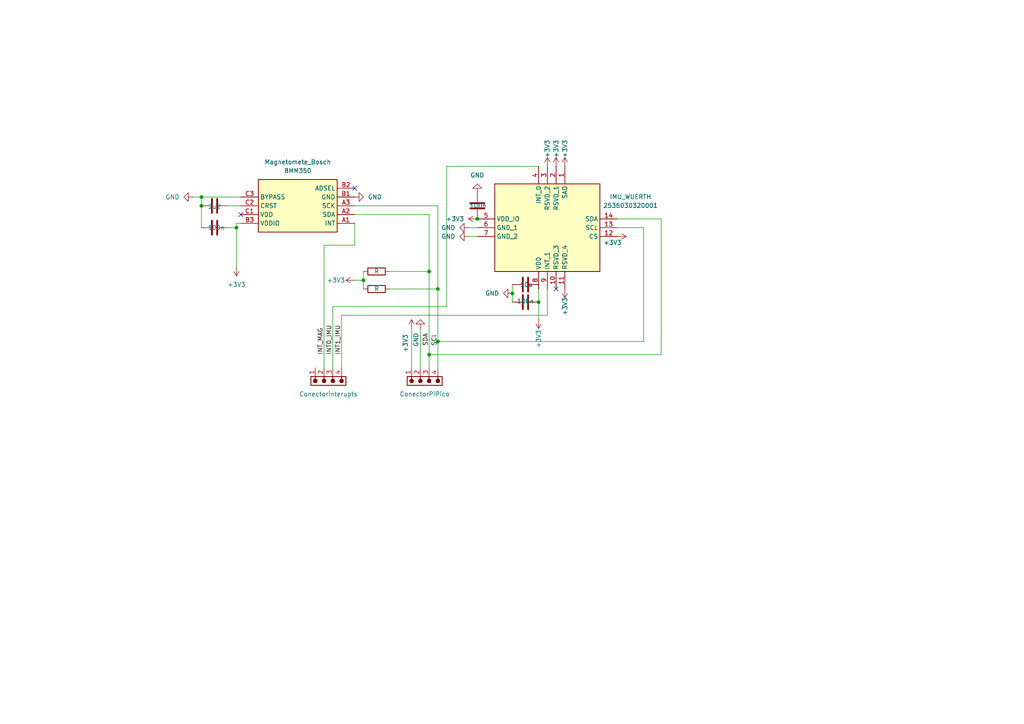
<source format=kicad_sch>
(kicad_sch (version 20250114) (generator "eeschema") (generator_version "9.0")
  (paper "A4")
  (lib_symbols
    (symbol "Connector_Wurth_WR-WTB:61900411021" (pin_names (hide yes))
      (property "Reference" "J" (at 0 5.08 0))
      (symbol "61900411021_1_1"
        (rectangle (start -5.08 1.27) (end 5.08 -1.27) (stroke (width 0.254)))
        (circle (center -3.81 0) (radius 0.508) (stroke (width 0.254)) (fill (type outline)))
        (polyline (pts (xy -3.81 -0.508) (xy -3.81 -1.27)) (stroke (width 0.254)))
        (circle (center -1.27 0) (radius 0.508) (stroke (width 0.254)) (fill (type outline)))
        (polyline (pts (xy -1.27 -0.508) (xy -1.27 -1.27)) (stroke (width 0.254)))
        (circle (center 1.27 0) (radius 0.508) (stroke (width 0.254)) (fill (type outline)))
        (polyline (pts (xy 1.27 -0.508) (xy 1.27 -1.27)) (stroke (width 0.254)))
        (circle (center 3.81 0) (radius 0.508) (stroke (width 0.254)) (fill (type outline)))
        (polyline (pts (xy 3.81 -0.508) (xy 3.81 -1.27)) (stroke (width 0.254)))
        (pin passive line (at -3.81 -3.81 90) (length 2.54) (name "4") (number "4"))
        (pin passive line (at -1.27 -3.81 90) (length 2.54) (name "3") (number "3"))
        (pin passive line (at 1.27 -3.81 90) (length 2.54) (name "2") (number "2"))
        (pin passive line (at 3.81 -3.81 90) (length 2.54) (name "1") (number "1"))
      )
    )
    (symbol "Device:C" (pin_numbers (hide yes)) (pin_names (offset 0.254))
      (property "Reference" "C" (at 0.635 2.54 0))
      (property "Value" "C" (at 0.635 -2.54 0))
      (symbol "C_0_1"
        (polyline (pts (xy -2.032 0.762) (xy 2.032 0.762)) (stroke (width 0.508)))
        (polyline (pts (xy -2.032 -0.762) (xy 2.032 -0.762)) (stroke (width 0.508)))
      )
      (symbol "C_1_1"
        (pin passive line (at 0 3.81 270) (length 2.794) (name "~") (number "1"))
        (pin passive line (at 0 -3.81 90) (length 2.794) (name "~") (number "2"))
      )
    )
    (symbol "Device:R" (pin_numbers (hide yes)) (pin_names (offset 0))
      (property "Reference" "R" (at 2.032 0 90))
      (property "Value" "R" (at 0 0 90))
      (symbol "R_0_1"
        (rectangle (start -1.016 -2.54) (end 1.016 2.54) (stroke (width 0.254)))
      )
      (symbol "R_1_1"
        (pin passive line (at 0 3.81 270) (length 1.27) (name "~") (number "1"))
        (pin passive line (at 0 -3.81 90) (length 1.27) (name "~") (number "2"))
      )
    )
    (symbol "SamacSys_Parts:2536030320001"
      (property "Reference" "IC" (at 31.75 15.24 0))
      (property "Value" "2536030320001" (at 31.75 12.7 0))
      (symbol "2536030320001_1_1"
        (rectangle (start 5.08 10.16) (end 30.48 -20.32) (stroke (width 0.254)) (fill (type background)))
        (pin passive line (at 0 0 0) (length 5.08) (name "SAO") (number "1"))
        (pin passive line (at 0 -2.54 0) (length 5.08) (name "RSVD_1") (number "2"))
        (pin passive line (at 0 -5.08 0) (length 5.08) (name "RSVD_2") (number "3"))
        (pin passive line (at 0 -7.62 0) (length 5.08) (name "INT_0") (number "4"))
        (pin passive line (at 15.24 15.24 270) (length 5.08) (name "SDA") (number "14"))
        (pin passive line (at 15.24 -25.4 90) (length 5.08) (name "VDD_IO") (number "5"))
        (pin passive line (at 17.78 15.24 270) (length 5.08) (name "SCL") (number "13"))
        (pin passive line (at 17.78 -25.4 90) (length 5.08) (name "GND_1") (number "6"))
        (pin passive line (at 20.32 15.24 270) (length 5.08) (name "CS") (number "12"))
        (pin passive line (at 20.32 -25.4 90) (length 5.08) (name "GND_2") (number "7"))
        (pin passive line (at 35.56 0 180) (length 5.08) (name "RSVD_4") (number "11"))
        (pin passive line (at 35.56 -2.54 180) (length 5.08) (name "RSVD_3") (number "10"))
        (pin passive line (at 35.56 -5.08 180) (length 5.08) (name "INT_1") (number "9"))
        (pin passive line (at 35.56 -7.62 180) (length 5.08) (name "VDD") (number "8"))
      )
    )
    (symbol "SamacSys_Parts:BMM350"
      (property "Reference" "IC" (at 29.21 7.62 0))
      (property "Value" "BMM350" (at 29.21 5.08 0))
      (symbol "BMM350_1_1"
        (rectangle (start 5.08 2.54) (end 27.94 -12.7) (stroke (width 0.254)) (fill (type background)))
        (pin passive line (at 0 0 0) (length 5.08) (name "INT") (number "A1"))
        (pin passive line (at 0 -2.54 0) (length 5.08) (name "SDA") (number "A2"))
        (pin passive line (at 0 -5.08 0) (length 5.08) (name "SCK") (number "A3"))
        (pin passive line (at 0 -7.62 0) (length 5.08) (name "GND") (number "B1"))
        (pin passive line (at 0 -10.16 0) (length 5.08) (name "ADSEL") (number "B2"))
        (pin passive line (at 33.02 0 180) (length 5.08) (name "VDDIO") (number "B3"))
        (pin passive line (at 33.02 -2.54 180) (length 5.08) (name "VDD") (number "C1"))
        (pin passive line (at 33.02 -5.08 180) (length 5.08) (name "CRST") (number "C2"))
        (pin passive line (at 33.02 -7.62 180) (length 5.08) (name "BYPASS") (number "C3"))
      )
    )
    (symbol "power:+3V3" (power) (pin_numbers (hide yes)) (pin_names (offset 0) (hide yes))
      (property "Value" "+3V3" (at 0 3.556 0))
      (symbol "+3V3_0_1"
        (polyline (pts (xy -0.762 1.27) (xy 0 2.54)))
        (polyline (pts (xy 0 2.54) (xy 0.762 1.27)))
        (polyline (pts (xy 0 0) (xy 0 2.54)))
      )
      (symbol "+3V3_1_1"
        (pin power_in line (at 0 0 90) (length 0) (name "~") (number "1"))
      )
    )
    (symbol "power:GND" (power) (pin_numbers (hide yes)) (pin_names (offset 0) (hide yes))
      (property "Value" "GND" (at 0 -3.81 0))
      (symbol "GND_0_1"
        (polyline (pts (xy 0 0) (xy 0 -1.27) (xy 1.27 -1.27) (xy 0 -2.54) (xy -1.27 -1.27) (xy 0 -1.27)))
      )
      (symbol "GND_1_1"
        (pin power_in line (at 0 0 270) (length 0) (name "~") (number "1"))
      )
    )
  )
  (junction (at 105.41 81.28))
  (junction (at 68.58 66.04))
  (junction (at 58.42 57.15))
  (junction (at 124.46 78.74))
  (junction (at 148.59 85.09))
  (junction (at 58.42 59.69))
  (junction (at 127 83.82))
  (junction (at 124.46 102.87))
  (junction (at 156.21 87.63))
  (junction (at 127 99.06))
  (junction (at 138.43 63.5))
  (no_connect (at 102.87 54.61))
  (no_connect (at 161.29 83.82))
  (no_connect (at 69.85 62.23))
  (wire (pts (xy 129.54 48.26) (xy 129.54 88.9)))
  (wire (pts (xy 105.41 81.28) (xy 105.41 83.82)))
  (wire (pts (xy 55.88 57.15) (xy 58.42 57.15)))
  (wire (pts (xy 148.59 85.09) (xy 148.59 87.63)))
  (wire (pts (xy 191.77 102.87) (xy 124.46 102.87)))
  (wire (pts (xy 127 83.82) (xy 127 99.06)))
  (wire (pts (xy 158.75 83.82) (xy 158.75 91.44)))
  (wire (pts (xy 119.38 95.25) (xy 119.38 106.68)))
  (wire (pts (xy 179.07 66.04) (xy 186.69 66.04)))
  (wire (pts (xy 96.52 88.9) (xy 96.52 106.68)))
  (wire (pts (xy 191.77 63.5) (xy 191.77 102.87)))
  (wire (pts (xy 135.89 66.04) (xy 138.43 66.04)))
  (wire (pts (xy 121.92 95.25) (xy 121.92 106.68)))
  (wire (pts (xy 124.46 78.74) (xy 124.46 102.87)))
  (wire (pts (xy 58.42 59.69) (xy 58.42 66.04)))
  (wire (pts (xy 186.69 66.04) (xy 186.69 99.06)))
  (wire (pts (xy 158.75 91.44) (xy 99.06 91.44)))
  (wire (pts (xy 66.04 59.69) (xy 69.85 59.69)))
  (wire (pts (xy 156.21 87.63) (xy 156.21 83.82)))
  (wire (pts (xy 99.06 91.44) (xy 99.06 106.68)))
  (wire (pts (xy 68.58 64.77) (xy 69.85 64.77)))
  (wire (pts (xy 124.46 62.23) (xy 124.46 78.74)))
  (wire (pts (xy 105.41 78.74) (xy 105.41 81.28)))
  (wire (pts (xy 102.87 71.12) (xy 93.98 71.12)))
  (wire (pts (xy 127 59.69) (xy 127 83.82)))
  (wire (pts (xy 156.21 92.71) (xy 156.21 87.63)))
  (wire (pts (xy 113.03 78.74) (xy 124.46 78.74)))
  (wire (pts (xy 102.87 62.23) (xy 124.46 62.23)))
  (wire (pts (xy 102.87 81.28) (xy 105.41 81.28)))
  (wire (pts (xy 93.98 71.12) (xy 93.98 106.68)))
  (wire (pts (xy 68.58 77.47) (xy 68.58 66.04)))
  (wire (pts (xy 135.89 68.58) (xy 138.43 68.58)))
  (wire (pts (xy 148.59 82.55) (xy 148.59 85.09)))
  (wire (pts (xy 58.42 57.15) (xy 69.85 57.15)))
  (wire (pts (xy 186.69 99.06) (xy 127 99.06)))
  (wire (pts (xy 124.46 102.87) (xy 124.46 106.68)))
  (wire (pts (xy 129.54 88.9) (xy 96.52 88.9)))
  (wire (pts (xy 113.03 83.82) (xy 127 83.82)))
  (wire (pts (xy 58.42 57.15) (xy 58.42 59.69)))
  (wire (pts (xy 66.04 66.04) (xy 68.58 66.04)))
  (wire (pts (xy 68.58 64.77) (xy 68.58 66.04)))
  (wire (pts (xy 156.21 48.26) (xy 129.54 48.26)))
  (wire (pts (xy 102.87 71.12) (xy 102.87 64.77)))
  (wire (pts (xy 102.87 59.69) (xy 127 59.69)))
  (wire (pts (xy 127 99.06) (xy 127 106.68)))
  (wire (pts (xy 179.07 63.5) (xy 191.77 63.5)))
  (label "INT1_IMU" (at 99.06 102.87 90))
  (label "SDA" (at 124.46 100.33 90))
  (label "INT0_IMU" (at 96.52 102.87 90))
  (label "INT_MAG" (at 93.98 102.87 90))
  (label "SCl" (at 127 100.33 90))
  (symbol (lib_id "power:GND") (at 55.88 57.15 270) (unit 1)
    (property "Reference" "#PWR01" (effects (hide yes)))
    (property "Value" "GND" (at 52.07 57.1499 90) (effects (justify right)))
    (property "Description" "Power symbol creates a global label with name \"GND\" , ground" (effects (hide yes)))
  )
  (symbol (lib_id "power:+3V3") (at 163.83 48.26 0) (unit 1)
    (property "Reference" "#PWR013" (effects (hide yes)))
    (property "Value" "+3V3" (at 163.83 43.18 90))
    (property "Description" "Power symbol creates a global label with name \"+3V3\"" (effects (hide yes)))
  )
  (symbol (lib_id "SamacSys_Parts:2536030320001") (at 163.83 48.26 270) (unit 1)
    (property "Reference" "IMU_WUERTH" (at 182.88 57.0798 90))
    (property "Value" "2536030320001" (at 182.88 59.6198 90))
    (property "Footprint" "2536030320001" (effects (hide yes)))
    (property "Datasheet" "https://www.we-online.com/components/products/datasheet/2536030320001.pdf" (effects (hide yes)))
    (property "Description" "IMUs - Inertial Measurement Units WSEN-ISDS IMU 6-axis (Inertial measurement unit) +/-16g, +/-2000 dps,-40 +/- 85C" (effects (hide yes)))
    (property "Height" "0.86" (effects (hide yes)))
    (property "Manufacturer_Name" "Wurth Elektronik" (effects (hide yes)))
    (property "Manufacturer_Part_Number" "2536030320001" (effects (hide yes)))
    (property "Mouser Part Number" "710-2536030320001" (effects (hide yes)))
    (property "Mouser Price/Stock" "https://www.mouser.co.uk/ProductDetail/Wurth-Elektronik/2536030320001?qs=ulEaXIWI0c9qLb0BLguFyA%3D%3D" (effects (hide yes)))
  )
  (symbol (lib_id "power:GND") (at 102.87 57.15 90) (unit 1)
    (property "Reference" "#PWR02" (effects (hide yes)))
    (property "Value" "GND" (at 106.68 57.1499 90) (effects (justify right)))
    (property "Description" "Power symbol creates a global label with name \"GND\" , ground" (effects (hide yes)))
  )
  (symbol (lib_id "Connector_Wurth_WR-WTB:61900411021") (at 123.19 110.49 180) (unit 1)
    (property "Reference" "ConectorPiPico" (at 123.19 114.3 0))
    (property "Value" "61900411021" (effects (hide yes)))
    (property "Footprint" "Connector_THT_Wurth:J_Wurth_WR-WTB_61900411021" (effects (hide yes)))
    (property "Datasheet" "https://www.we-online.com/en/components/products/datasheet/61900411021?ki" (effects (hide yes)))
    (property "Description" "2.54 mm Male Right Angled Locking Header Bottom Locking" (effects (hide yes)))
    (property "Manufacturer" "Wurth Elektronik" (effects (hide yes)))
    (property "Manufacturer URL" "https://www.we-online.com" (effects (hide yes)))
    (property "Match Code" "WR-WTB" (effects (hide yes)))
    (property "Pins (pcs)" "4" (effects (hide yes)))
    (property "Pitch (mm)" "2.54" (effects (hide yes)))
    (property "Gender" "Male" (effects (hide yes)))
    (property "Type" "Right Angled Bottom Locking" (effects (hide yes)))
    (property "Mounting Technology" "THT" (effects (hide yes)))
    (property "Working Voltage (V (AC))" "250" (effects (hide yes)))
    (property "PCB/Cable/Panel" "PCB" (effects (hide yes)))
    (property "Contact Resistance (mΩ)" "20" (effects (hide yes)))
    (property "Tol. R" "max." (effects (hide yes)))
    (property "L (mm)" "10.16" (effects (hide yes)))
  )
  (symbol (lib_id "Device:R") (at 109.22 83.82 270) (unit 1)
    (property "Reference" "R2" (effects (hide yes)))
    (property "Value" "R" (at 109.22 83.82 90))
    (property "Description" "Resistor" (effects (hide yes)))
  )
  (symbol (lib_id "power:+3V3") (at 179.07 68.58 270) (unit 1)
    (property "Reference" "#PWR014" (effects (hide yes)))
    (property "Value" "+3V3" (at 175.006 70.358 90) (effects (justify left)))
    (property "Description" "Power symbol creates a global label with name \"+3V3\"" (effects (hide yes)))
  )
  (symbol (lib_id "Device:C") (at 152.4 82.55 90) (unit 1)
    (property "Reference" "C2" (effects (hide yes)))
    (property "Value" "10u" (at 152.654 82.55 90))
    (property "Description" "Unpolarized capacitor" (effects (hide yes)))
  )
  (symbol (lib_id "SamacSys_Parts:BMM350") (at 102.87 64.77 180) (unit 1)
    (property "Reference" "Magnetomete_Bosch" (at 86.36 46.99 0))
    (property "Value" "BMM350" (at 86.36 49.53 0))
    (property "Footprint" "BGA9C40P3X3_128X128X54" (effects (hide yes)))
    (property "Datasheet" "https://www.bosch-sensortec.com/media/boschsensortec/downloads/datasheets/bst-bmm350-ds001.pdf" (effects (hide yes)))
    (property "Description" "Board Mount Hall Effect / Magnetic Sensors High-Performance Magnometer" (effects (hide yes)))
    (property "Height" "0.54" (effects (hide yes)))
    (property "Manufacturer_Name" "BOSCH" (effects (hide yes)))
    (property "Manufacturer_Part_Number" "BMM350" (effects (hide yes)))
    (property "Mouser Part Number" "262-BMM350" (effects (hide yes)))
    (property "Mouser Price/Stock" "https://www.mouser.co.uk/ProductDetail/Bosch-Sensortec/BMM350?qs=amGC7iS6iy9v98dnmxozLQ%3D%3D" (effects (hide yes)))
    (property "Arrow Part Number" "BMM350" (effects (hide yes)))
    (property "Arrow Price/Stock" "https://www.arrow.com/en/products/bmm350/bosch-sensortec?utm_currency=USD&region=nac" (effects (hide yes)))
  )
  (symbol (lib_id "power:GND") (at 138.43 55.88 180) (unit 1)
    (property "Reference" "#PWR016" (effects (hide yes)))
    (property "Value" "GND" (at 138.43 50.8 0))
    (property "Description" "Power symbol creates a global label with name \"GND\" , ground" (effects (hide yes)))
  )
  (symbol (lib_id "Device:R") (at 109.22 78.74 90) (unit 1)
    (property "Reference" "R1" (effects (hide yes)))
    (property "Value" "R" (at 109.22 78.74 90))
    (property "Description" "Resistor" (effects (hide yes)))
  )
  (symbol (lib_id "Device:C") (at 62.23 66.04 90) (unit 1)
    (property "Reference" "100n" (at 62.738 66.04 90))
    (property "Value" "C" (effects (hide yes)))
    (property "Description" "Unpolarized capacitor" (effects (hide yes)))
  )
  (symbol (lib_id "power:+3V3") (at 68.58 77.47 180) (unit 1)
    (property "Reference" "#PWR05" (effects (hide yes)))
    (property "Value" "+3V3" (at 68.58 82.55 0))
    (property "Description" "Power symbol creates a global label with name \"+3V3\"" (effects (hide yes)))
  )
  (symbol (lib_id "Connector_Wurth_WR-WTB:61900411021") (at 95.25 110.49 180) (unit 1)
    (property "Reference" "Conectorinterupts" (at 95.25 114.3 0))
    (property "Value" "61900411021" (effects (hide yes)))
    (property "Footprint" "Connector_THT_Wurth:J_Wurth_WR-WTB_61900411021" (effects (hide yes)))
    (property "Datasheet" "https://www.we-online.com/en/components/products/datasheet/61900411021?ki" (effects (hide yes)))
    (property "Description" "2.54 mm Male Right Angled Locking Header Bottom Locking" (effects (hide yes)))
    (property "Manufacturer" "Wurth Elektronik" (effects (hide yes)))
    (property "Manufacturer URL" "https://www.we-online.com" (effects (hide yes)))
    (property "Match Code" "WR-WTB" (effects (hide yes)))
    (property "Pins (pcs)" "4" (effects (hide yes)))
    (property "Pitch (mm)" "2.54" (effects (hide yes)))
    (property "Gender" "Male" (effects (hide yes)))
    (property "Type" "Right Angled Bottom Locking" (effects (hide yes)))
    (property "Mounting Technology" "THT" (effects (hide yes)))
    (property "Working Voltage (V (AC))" "250" (effects (hide yes)))
    (property "PCB/Cable/Panel" "PCB" (effects (hide yes)))
    (property "Contact Resistance (mΩ)" "20" (effects (hide yes)))
    (property "Tol. R" "max." (effects (hide yes)))
    (property "L (mm)" "10.16" (effects (hide yes)))
  )
  (symbol (lib_id "Device:C") (at 62.23 59.69 90) (unit 1)
    (property "Reference" "2u2" (at 62.23 59.944 90))
    (property "Value" "C" (effects (hide yes)))
    (property "Description" "Unpolarized capacitor" (effects (hide yes)))
  )
  (symbol (lib_id "power:+3V3") (at 138.43 63.5 90) (unit 1)
    (property "Reference" "#PWR08" (effects (hide yes)))
    (property "Value" "+3V3" (at 134.62 63.4999 90) (effects (justify left)))
    (property "Description" "Power symbol creates a global label with name \"+3V3\"" (effects (hide yes)))
  )
  (symbol (lib_id "power:GND") (at 135.89 68.58 270) (unit 1)
    (property "Reference" "#PWR04" (effects (hide yes)))
    (property "Value" "GND" (at 132.08 68.5799 90) (effects (justify right)))
    (property "Description" "Power symbol creates a global label with name \"GND\" , ground" (effects (hide yes)))
  )
  (symbol (lib_id "power:+3V3") (at 156.21 92.71 180) (unit 1)
    (property "Reference" "#PWR07" (effects (hide yes)))
    (property "Value" "+3V3" (at 156.21 98.298 90))
    (property "Description" "Power symbol creates a global label with name \"+3V3\"" (effects (hide yes)))
  )
  (symbol (lib_id "power:+3V3") (at 163.83 83.82 180) (unit 1)
    (property "Reference" "#PWR012" (effects (hide yes)))
    (property "Value" "+3V3" (at 163.83 88.9 90))
    (property "Description" "Power symbol creates a global label with name \"+3V3\"" (effects (hide yes)))
  )
  (symbol (lib_id "power:+3V3") (at 158.75 48.26 0) (unit 1)
    (property "Reference" "#PWR011" (effects (hide yes)))
    (property "Value" "+3V3" (at 158.75 43.18 90))
    (property "Description" "Power symbol creates a global label with name \"+3V3\"" (effects (hide yes)))
  )
  (symbol (lib_id "power:GND") (at 148.59 85.09 270) (unit 1)
    (property "Reference" "#PWR017" (effects (hide yes)))
    (property "Value" "GND" (at 144.78 85.0899 90) (effects (justify right)))
    (property "Description" "Power symbol creates a global label with name \"GND\" , ground" (effects (hide yes)))
  )
  (symbol (lib_id "power:+3V3") (at 119.38 95.25 0) (unit 1)
    (property "Reference" "#PWR06" (effects (hide yes)))
    (property "Value" "+3V3" (at 117.602 99.568 90))
    (property "Description" "Power symbol creates a global label with name \"+3V3\"" (effects (hide yes)))
  )
  (symbol (lib_id "power:+3V3") (at 161.29 48.26 0) (unit 1)
    (property "Reference" "#PWR010" (effects (hide yes)))
    (property "Value" "+3V3" (at 161.29 43.18 90))
    (property "Description" "Power symbol creates a global label with name \"+3V3\"" (effects (hide yes)))
  )
  (symbol (lib_id "Device:C") (at 152.4 87.63 90) (unit 1)
    (property "Reference" "C3" (effects (hide yes)))
    (property "Value" "100n" (at 152.4 87.376 90))
    (property "Description" "Unpolarized capacitor" (effects (hide yes)))
  )
  (symbol (lib_id "power:+3V3") (at 102.87 81.28 90) (unit 1)
    (property "Reference" "#PWR015" (effects (hide yes)))
    (property "Value" "+3V3" (at 100.076 81.28 90) (effects (justify left)))
    (property "Description" "Power symbol creates a global label with name \"+3V3\"" (effects (hide yes)))
  )
  (symbol (lib_id "power:GND") (at 121.92 95.25 180) (unit 1)
    (property "Reference" "#PWR09" (effects (hide yes)))
    (property "Value" "GND" (at 120.65 98.552 90))
    (property "Description" "Power symbol creates a global label with name \"GND\" , ground" (effects (hide yes)))
  )
  (symbol (lib_id "Device:C") (at 138.43 59.69 0) (unit 1)
    (property "Reference" "C1" (effects (hide yes)))
    (property "Value" "100n" (at 136.144 59.69 0) (effects (justify left)))
    (property "Description" "Unpolarized capacitor" (effects (hide yes)))
  )
  (symbol (lib_id "power:GND") (at 135.89 66.04 270) (unit 1)
    (property "Reference" "#PWR03" (effects (hide yes)))
    (property "Value" "GND" (at 132.08 66.0399 90) (effects (justify right)))
    (property "Description" "Power symbol creates a global label with name \"GND\" , ground" (effects (hide yes)))
  )
)
</source>
